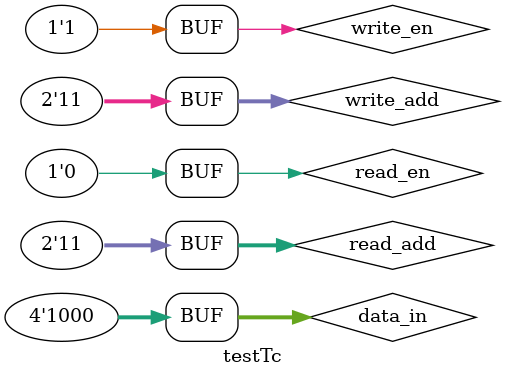
<source format=v>
module testTc;
 reg [3:0] data_in;
 reg read_en, write_en;
 reg [1:0] read_add;
 reg [1:0] write_add;

 wire [3:0] data_out;

 Register_File NR1(data_out, data_in, read_add, read_en, write_add, write_en);

initial
 begin
  data_in = 4'b0001;
  read_add = 2'b00;
  write_add = 2'b00;
  read_en = 1;
  write_en = 1;
 end

initial
 begin
  #1 write_en = 0;
  #1 write_en = 1;
  
  #5 write_add = 2'b01;
     data_in = 4'b0010;

  #1 write_en = 0;
  #1 write_en = 1;

  #5 write_add = 2'b10;
     data_in = 4'b0100;

  #1 write_en = 0;
  #1 write_en = 1;

  #5 write_add = 2'b11;
     data_in = 4'b1000;

  #1 write_en = 0;
  #1 write_en = 1;

  #5 read_en = 1'b0;

  #5 read_add = 2'b00;
  #5 read_add = 2'b01;
  #5 read_add = 2'b10;
  #5 read_add = 2'b11;
 end

initial
 begin
 $monitor("data_in: %b  read_add: %b read_en: %b write_add: %b write_en: %b data_out: %b" , data_in, read_add, read_en, write_add, write_en, data_out);
 end

endmodule
</source>
